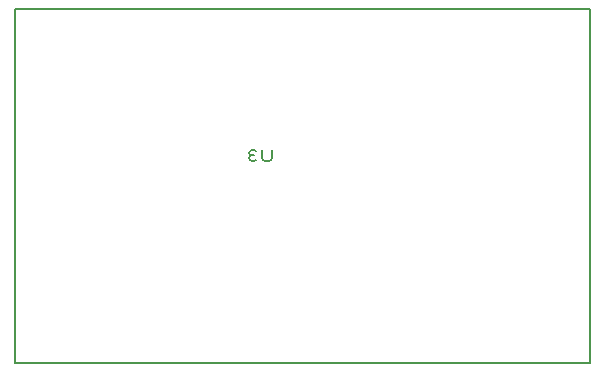
<source format=gbr>
%FSLAX23Y23*%
%MOIN*%
G04 EasyPC Gerber Version 17.0 Build 3379 *
%ADD10C,0.00500*%
X0Y0D02*
D02*
D10*
X208Y3D02*
X2123D01*
Y1183*
X208*
Y3*
X1063Y714D02*
Y686D01*
X1060Y680*
X1054Y677*
X1041*
X1035Y680*
X1032Y686*
Y714*
X1010Y680D02*
X1004Y677D01*
X998*
X991Y680*
X988Y686*
X991Y693*
X998Y696*
X1004*
X998D02*
X991Y699D01*
X988Y705*
X991Y711*
X998Y714*
X1004*
X1010Y711*
X0Y0D02*
M02*

</source>
